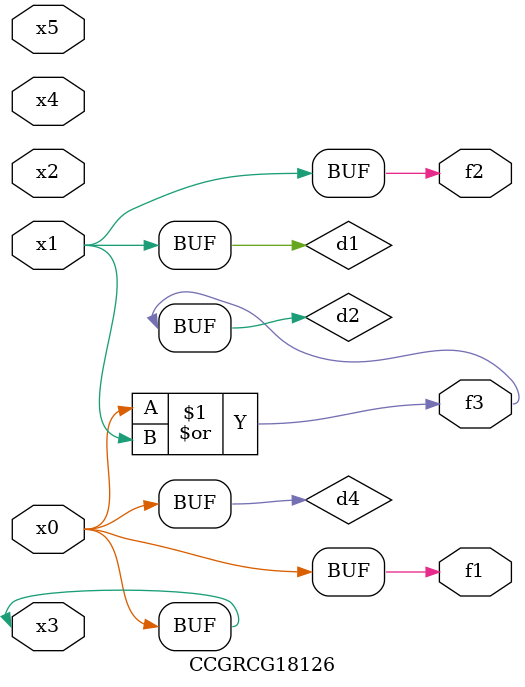
<source format=v>
module CCGRCG18126(
	input x0, x1, x2, x3, x4, x5,
	output f1, f2, f3
);

	wire d1, d2, d3, d4;

	and (d1, x1);
	or (d2, x0, x1);
	nand (d3, x0, x5);
	buf (d4, x0, x3);
	assign f1 = d4;
	assign f2 = d1;
	assign f3 = d2;
endmodule

</source>
